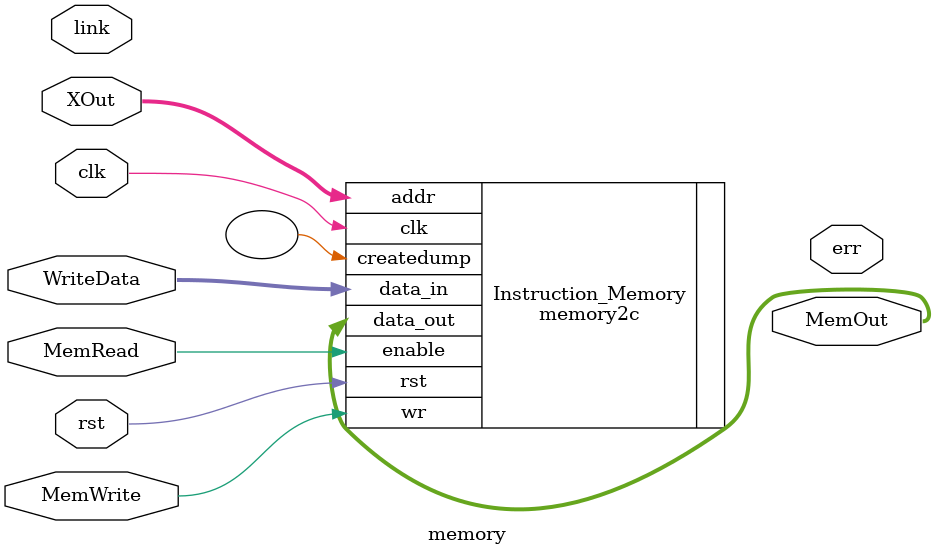
<source format=v>
/*
	CS/ECE 552 Spring '20

	Filename        : memory.v
	Description     : This module contains all components in the Memory stage of the 
					 processor.
*/
module memory (
	// Outputs
	err, MemOut,
	// Inputs
	clk, rst, XOut, WriteData, MemWrite, MemRead, link
);
	// TODO: Your code here
	input clk;				// system clock
	input rst;				// master reset, active high
	input [15:0] XOut;
	input [15:0] WriteData;
	input MemWrite, MemRead;
	input link;
	
	output err;
	output [15:0] MemOut;
	
	// byte-addressable, 16-bit wide, 64K-byte, data memory.
	memory2c Instruction_Memory(
		.data_out(MemOut),
		.data_in(WriteData),
		.addr(XOut),
		.enable(MemRead),
		.wr(MemWrite),	
		.createdump(),
		.clk(clk), 
		.rst(rst)
	);

   
endmodule

</source>
